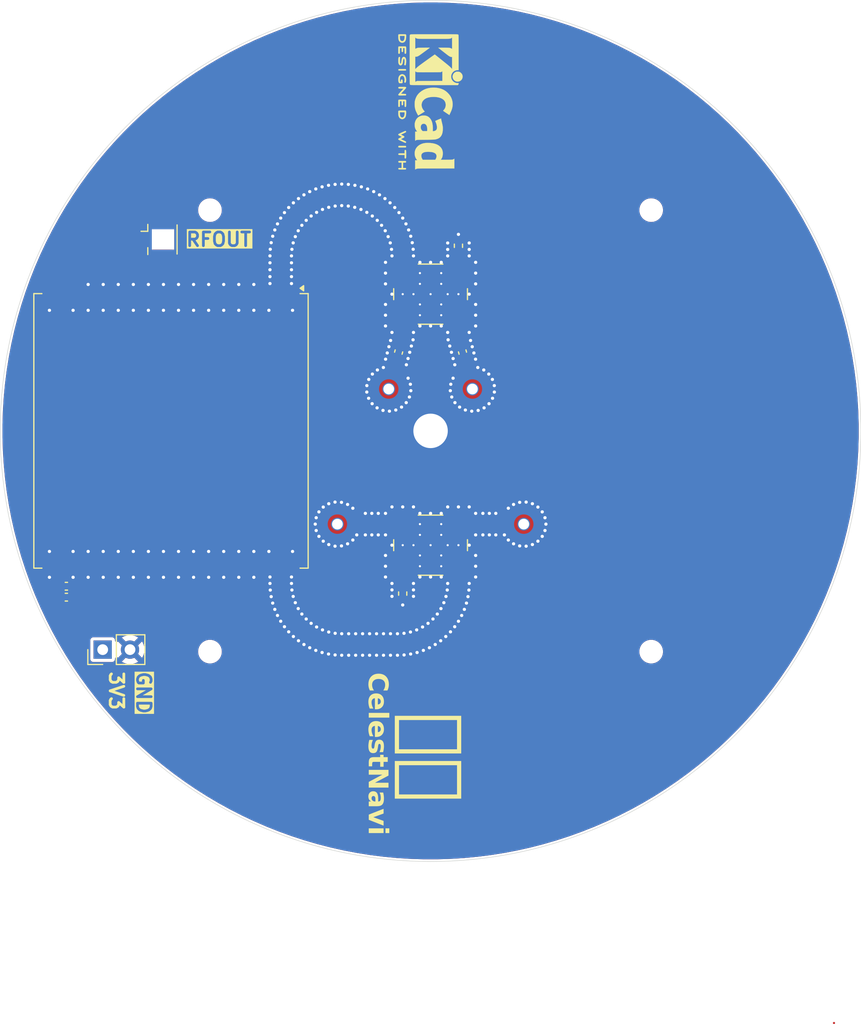
<source format=kicad_pcb>
(kicad_pcb (version 20241229) (generator "pcbnew") (generator_version "9.0")
  (layers (0 "F.Cu" signal) (2 "B.Cu" power) (13 "F.Paste" user) (15 "B.Paste" user) (5 "F.SilkS" user "F.Silkscreen") (7 "B.SilkS" user "B.Silkscreen") (1 "F.Mask" user) (3 "B.Mask" user) (25 "Edge.Cuts" user))
  (net 0 "")
  (net 1 "Net-(AE1B-LB1)")
  (net 2 "GND")
  (net 3 "Net-(AE1A-HB2)")
  (net 4 "Net-(AE1B-LB2)")
  (net 5 "Net-(AE1A-HB1)")
  (net 6 "Net-(U1-∠θ-90)")
  (net 7 "Net-(U1-∠θ)")
  (net 8 "+3.3V")
  (net 9 "Net-(D6-A2)")
  (net 10 "Net-(U1-Isolated)")
  (net 11 "Net-(U2-Isolated)")
  (net 12 "Net-(U1-Input)")
  (net 13 "Net-(U2-Input)")
  (footprint "Capacitor_SMD_extlib:C_Murata_xxx15_0402_1005Metric_1.0x0.5mm" (layer "F.Cu") (at -2.968726 -7.323918 75)
    (property "Reference" "C2" (hide yes))
    (property "Value" "4.7p")
  )
  (footprint "Resistor_SMD:R_0402_1005Metric" (layer "F.Cu") (at -2.59 15.112058 -90)
    (property "Reference" "R2" (hide yes))
    (property "Value" "50")
  )
  (footprint "Diode_SMD_extlib:D_Littelfuse_AXGD10402KR_0402_1005Metric_1.02x0.51mm" (layer "F.Cu") (at 6.630058 8.152458 90)
    (property "Reference" "D2" (hide yes))
    (property "Value" "AXGD10402KR")
  )
  (footprint "RF_FEM_extlib:Taoglas_TFM.120A_GNSS" (layer "F.Cu") (at -24.13 0 -90)
    (property "Reference" "U3" (hide yes))
    (property "Value" "TFM.120A")
  )
  (footprint "Connector_Coaxial:U.FL_Hirose_U.FL-R-SMT-1_Vertical" (layer "F.Cu") (at -25.4 -17.78)
    (property "Reference" "J1" (hide yes))
    (property "Value" "Conn_Coaxial")
  )
  (footprint "Diode_SMD_extlib:D_Littelfuse_AXGD10402KR_0402_1005Metric_1.02x0.51mm" (layer "F.Cu") (at 2.870931 -5.719954 15)
    (property "Reference" "D3" (hide yes))
    (property "Value" "AXGD10402KR")
  )
  (footprint "RF_Converter_extlib:RF_HybridCoupler_TTM_X3C14P1-03S" (layer "F.Cu") (at 0 -12.7)
    (property "Reference" "U1" (hide yes))
    (property "Value" "X3C14P1-03S-1")
  )
  (footprint "Capacitor_SMD_extlib:C_Murata_xxx15_0402_1005Metric_1.0x0.5mm" (layer "F.Cu") (at 2.968726 -7.323919 105)
    (property "Reference" "C1" (hide yes))
    (property "Value" "4.7p")
  )
  (footprint "RF_Converter_extlib:RF_HybridCoupler_TTM_X3C14P1-03S" (layer "F.Cu") (at 0 10.617058 180)
    (property "Reference" "U2" (hide yes))
    (property "Value" "X3C14P1-03S-1")
  )
  (footprint "Diode_SMD_extlib:D_Littelfuse_AXGD10402KR_0402_1005Metric_1.02x0.51mm" (layer "F.Cu") (at -29.9974 17.78 180)
    (property "Reference" "D5" (hide yes))
    (property "Value" "AXGD10402KR")
  )
  (footprint "Capacitor_SMD_extlib:C_Murata_xxx15_0402_1005Metric_1.0x0.5mm" (layer "F.Cu") (at -33.855 14.432)
    (property "Reference" "C3" (hide yes))
    (property "Value" "100p")
  )
  (footprint "Connector_PinHeader_2.54mm:PinHeader_1x02_P2.54mm_Vertical" (layer "F.Cu") (at -30.48 20.32 90)
    (property "Reference" "J2" (hide yes))
    (property "Value" "Conn_01x02_Pin")
  )
  (footprint "Diode_SMD_extlib:D_Littelfuse_AXGD10402KR_0402_1005Metric_1.02x0.51mm" (layer "F.Cu") (at -2.870931 -5.719954 -15)
    (property "Reference" "D1" (hide yes))
    (property "Value" "AXGD10402KR")
  )
  (footprint "Diode_SMD_extlib:D_Littelfuse_AXGD10402KR_0402_1005Metric_1.02x0.51mm" (layer "F.Cu") (at -27.94 -17.2974 90)
    (property "Reference" "D6" (hide yes))
    (property "Value" "AXGD10402KR")
  )
  (footprint "Diode_SMD_extlib:D_Littelfuse_AXGD10402KR_0402_1005Metric_1.02x0.51mm" (layer "F.Cu") (at -6.630058 8.152458 -90)
    (property "Reference" "D4" (hide yes))
    (property "Value" "AXGD10402KR")
  )
  (footprint "Capacitor_SMD_extlib:C_Murata_xxx15_0402_1005Metric_1.0x0.5mm" (layer "F.Cu") (at -33.855 15.448)
    (property "Reference" "C4" (hide yes))
    (property "Value" "1000p")
  )
  (footprint "Symbol:KiCad-Logo2_5mm_SilkScreen" (layer "F.Cu") (at 0 -30.565 -90)
    (property "Reference" "REF**" (hide yes))
    (property "Value" "KiCad-Logo2_5mm_SilkScreen" (hide yes))
  )
  (footprint "Resistor_SMD:R_0402_1005Metric" (layer "F.Cu") (at 2.59 -17.195 90)
    (property "Reference" "R1" (hide yes))
    (property "Value" "50")
  )
  (footprint "RF_Antenna_extlib:Taoglas_GPDF6010.A_GNSS" (layer "B.Cu") (at 0 0 -45)
    (property "Reference" "AE1" (hide yes))
    (property "Value" "GPDF6010.A")
  )
  (gr_poly (pts (xy 3.502717 -3.785559) (xy 4.275457 -3.992615) (xy 3.406861 -7.234262) (xy 2.63412 -7.027206)) (fill yes) (layer "F.Cu") (net 5))
  (gr_poly (pts (xy -3.303332 -7.620631) (xy -2.530593 -7.413576) (xy -2.20363 -8.633817) (xy -2.97637 -8.840871)) (fill yes) (layer "F.Cu") (net 7))
  (gr_curve (pts (xy 37.5 55) (xy 37.5 55) (xy 37.5 55) (xy 37.5 55)) (stroke (width 0.2)) (layer "F.Cu"))
  (gr_poly (pts (xy -2.19 12.572058) (xy -2.99 12.572058) (xy -2.99 14.872058) (xy -2.19 14.872058)) (fill yes) (layer "F.Cu") (net 11))
  (gr_poly (pts (xy 2.530592 -7.413577) (xy 3.303332 -7.620632) (xy 2.97637 -8.840871) (xy 2.20363 -8.633817)) (fill yes) (layer "F.Cu") (net 6))
  (gr_poly (pts (xy -4.275457 -3.992615) (xy -3.502717 -3.785559) (xy -2.63412 -7.027206) (xy -3.406861 -7.234262)) (fill yes) (layer "F.Cu") (net 3))
  (gr_poly (pts (xy 2.19 -14.655) (xy 2.99 -14.655) (xy 2.99 -16.955) (xy 2.19 -16.955)) (fill yes) (layer "F.Cu") (net 10))
  (gr_circle (center 0 0) (end 40 0) (stroke (width 0.05)) (fill no) (layer "Edge.Cuts"))
  (gr_text "RFOUT" (at -22.86 -17.78 0) (layer "F.SilkS" knockout) (effects (font (size 1.27 1.27) (thickness 0.254) (bold yes)) (justify left)))
  (gr_text "GND" (at -26.67 22.225 270) (layer "F.SilkS" knockout) (effects (font (size 1.27 1.27) (thickness 0.254) (bold yes)) (justify left)))
  (gr_text "3V3" (at -29.21 22.225 270) (layer "F.SilkS") (effects (font (size 1.27 1.27) (thickness 0.254) (bold yes)) (justify left)))
  (gr_text "星導" (at 0 30.315 270) (layer "F.SilkS") (effects (font (size 5 5) (thickness 0.254) (bold yes))))
  (gr_text "CelestNavi" (at -5 30 270) (layer "F.SilkS") (effects (font (size 1.8 1.8) (thickness 0.254) (bold yes))))
  (segment (start -8.662058 8.662058) (end -2.59 8.662058) (width 0.8) (layer "F.Cu") (net 1))
  (via (at 0.99 7.662058) (size 0.6) (drill 0.3) (layers "F.Cu" "B.Cu") (net 2))
  (via (at 3.59 -17.455) (size 0.6) (drill 0.3) (layers "F.Cu" "B.Cu") (net 2))
  (via (at -14.675376 -18.080332) (size 0.6) (drill 0.3) (layers "F.Cu" "B.Cu") (net 2))
  (via (at -9.468684 18.682931) (size 0.6) (drill 0.3) (layers "F.Cu" "B.Cu") (net 2))
  (via (at -3.716209 -8.39798) (size 0.6) (drill 0.3) (layers "F.Cu" "B.Cu") (net 2))
  (via (at -12.890047 14.781614) (size 0.6) (drill 0.3) (layers "F.Cu" "B.Cu") (net 2))
  (via (at -11.562188 17.474246) (size 0.6) (drill 0.3) (layers "F.Cu" "B.Cu") (net 2))
  (via (at -3.945484 -18.042131) (size 0.6) (drill 0.3) (layers "F.Cu" "B.Cu") (net 2))
  (via (at -8.869556 -20.885047) (size 0.6) (drill 0.3) (layers "F.Cu" "B.Cu") (net 2))
  (via (at -0.670519 20.391647) (size 0.6) (drill 0.3) (layers "F.Cu" "B.Cu") (net 2))
  (via (at -0.99 7.662058) (size 0.6) (drill 0.3) (layers "F.Cu" "B.Cu") (net 2))
  (via (at 0.431302 19.843005) (size 0.6) (drill 0.3) (layers "F.Cu" "B.Cu") (net 2))
  (via (at -10.633593 9.256237) (size 0.6) (drill 0.3) (layers "F.Cu" "B.Cu") (net 2))
  (via (at -3.59 -12.7) (size 0.6) (drill 0.3) (layers "F.Cu" "B.Cu") (net 2))
  (via (at -6.862059 9.662057) (size 0.6) (drill 0.3) (layers "F.Cu" "B.Cu") (net 2))
  (via (at -12.770873 -17.463684) (size 0.6) (drill 0.3) (layers "F.Cu" "B.Cu") (net 2))
  (via (at -30.43 13.6) (size 0.6) (drill 0.3) (layers "F.Cu" "B.Cu") (net 2))
  (via (at -1.629066 -8.459897) (size 0.6) (drill 0.3) (layers "F.Cu" "B.Cu") (net 2))
  (via (at -30.43 -11.2) (size 0.6) (drill 0.3) (layers "F.Cu" "B.Cu") (net 2))
  (via (at 3.335376 15.99739) (size 0.6) (drill 0.3) (layers "F.Cu" "B.Cu") (net 2))
  (via (at -5.0225 20.842058) (size 0.6) (drill 0.3) (layers "F.Cu" "B.Cu") (net 2))
  (via (at -12.93 -14.3275) (size 0.6) (drill 0.3) (layers "F.Cu" "B.Cu") (net 2))
  (via (at -0.99 12.572058) (size 0.5) (drill 0.2) (layers "F.Cu" "B.Cu") (net 2))
  (via (at -12.93 14.172057) (size 0.6) (drill 0.3) (layers "F.Cu" "B.Cu") (net 2))
  (via (at -2.698762 -2.208872) (size 0.6) (drill 0.3) (layers "F.Cu" "B.Cu") (net 2))
  (via (at -9.976942 10.246695) (size 0.6) (drill 0.3) (layers "F.Cu" "B.Cu") (net 2))
  (via (at -2.040411 -18.664481) (size 0.6) (drill 0.3) (layers "F.Cu" "B.Cu") (net 2))
  (via (at 4.19 -9.745) (size 0.6) (drill 0.3) (layers "F.Cu" "B.Cu") (net 2))
  (via (at -24.83 -11.2) (size 0.6) (drill 0.3) (layers "F.Cu" "B.Cu") (net 2))
  (via (at 0.99 -10.745) (size 0.5) (drill 0.2) (layers "F.Cu" "B.Cu") (net 2))
  (via (at 2.698762 -2.208872) (size 0.6) (drill 0.3) (layers "F.Cu" "B.Cu") (net 2))
  (via (at -14.901546 -16.87043) (size 0.6) (drill 0.3) (layers "F.Cu" "B.Cu") (net 2))
  (via (at 4.19 12.572058) (size 0.6) (drill 0.3) (layers "F.Cu" "B.Cu") (net 2))
  (via (at -1.618454 -16.87043) (size 0.6) (drill 0.3) (layers "F.Cu" "B.Cu") (net 2))
  (via (at -19.23 13.6) (size 0.6) (drill 0.3) (layers "F.Cu" "B.Cu") (net 2))
  (via (at -22.03 13.6) (size 0.6) (drill 0.3) (layers "F.Cu" "B.Cu") (net 2))
  (via (at -31.83 -11.2) (size 0.6) (drill 0.3) (layers "F.Cu" "B.Cu") (net 2))
  (via (at -3.766451 -21.184188) (size 0.6) (drill 0.3) (layers "F.Cu" "B.Cu") (net 2))
  (via (at -9.485609 -22.81143) (size 0.6) (drill 0.3) (layers "F.Cu" "B.Cu") (net 2))
  (via (at -4.19 11.572058) (size 0.6) (drill 0.3) (layers "F.Cu" "B.Cu") (net 2))
  (via (at -3.08 18.842058) (size 0.6) (drill 0.3) (layers "F.Cu" "B.Cu") (net 2))
  (via (at 10.633593 9.256237) (size 0.6) (drill 0.3) (layers "F.Cu" "B.Cu") (net 2))
  (via (at 0.99 -11.745) (size 0.5) (drill 0.2) (layers "F.Cu" "B.Cu") (net 2))
  (via (at 1.430873 15.380742) (size 0.6) (drill 0.3) (layers "F.Cu" "B.Cu") (net 2))
  (via (at -13.930947 -19.766302) (size 0.6) (drill 0.3) (layers "F.Cu" "B.Cu") (net 2))
  (via (at -10.633593 8.067879) (size 0.6) (drill 0.3) (layers "F.Cu" "B.Cu") (net 2))
  (via (at 4.94426 -5.657308) (size 0.6) (drill 0.3) (layers "F.Cu" "B.Cu") (net 2))
  (via (at -5.409612 -5.277613) (size 0.6) (drill 0.3) (layers "F.Cu" "B.Cu") (net 2))
  (via (at -11.771302 19.843005) (size 0.6) (drill 0.3) (layers "F.Cu" "B.Cu") (net 2))
  (via (at 0.222188 17.474246) (size 0.6) (drill 0.3) (layers "F.Cu" "B.Cu") (net 2))
  (via (at 1.878011 -4.331323) (size 0.6) (drill 0.3) (layers "F.Cu" "B.Cu") (net 2))
  (via (at -23.43 -11.2) (size 0.6) (drill 0.3) (layers "F.Cu" "B.Cu") (net 2))
  (via (at 6.862059 9.662057) (size 0.6) (drill 0.3) (layers "F.Cu" "B.Cu") (net 2))
  (via (at -4.240428 -21.577774) (size 0.6) (drill 0.3) (layers "F.Cu" "B.Cu") (net 2))
  (via (at -29.03 11.2) (size 0.6) (drill 0.3) (layers "F.Cu" "B.Cu") (net 2))
  (via (at -0.99 -9.745) (size 0.6) (drill 0.3) (layers "F.Cu" "B.Cu") (net 2))
  (via (at -1.292869 18.486574) (size 0.6) (drill 0.3) (layers "F.Cu" "B.Cu") (net 2))
  (via (at -4.182083 -6.659313) (size 0.6) (drill 0.3) (layers "F.Cu" "B.Cu") (net 2))
  (via (at 2.09494 -6.721231) (size 0.6) (drill 0.3) (layers "F.Cu" "B.Cu") (net 2))
  (via (at 1.59 -9.145) (size 0.6) (drill 0.3) (layers "F.Cu" "B.Cu") (net 2))
  (via (at -7.051316 -20.765873) (size 0.6) (drill 0.3) (layers "F.Cu" "B.Cu") (net 2))
  (via (at -26.23 13.6) (size 0.6) (drill 0.3) (layers "F.Cu" "B.Cu") (net 2))
  (via (at -23.43 11.2) (size 0.6) (drill 0.3) (layers "F.Cu" "B.Cu") (net 2))
  (via (at -29.03 -11.2) (size 0.6) (drill 0.3) (layers "F.Cu" "B.Cu") (net 2))
  (via (at -6.3175 18.842058) (size 0.6) (drill 0.3) (layers "F.Cu" "B.Cu") (net 2))
  (via (at 7.714386 10.490149) (size 0.6) (drill 0.3) (layers "F.Cu" "B.Cu") (net 2))
  (via (at 1.968555 -3.146419) (size 0.6) (drill 0.3) (layers "F.Cu" "B.Cu") (net 2))
  (via (at -5.286926 -22.225738) (size 0.6) (drill 0.3) (layers "F.Cu" "B.Cu") (net 2))
  (via (at 8.28221 10.685845) (size 0.6) (drill 0.3) (layers "F.Cu" "B.Cu") (net 2))
  (via (at -4.957812 -19.557188) (size 0.6) (drill 0.3) (layers "F.Cu" "B.Cu") (net 2))
  (via (at -13.189188 18.665607) (size 0.6) (drill 0.3) (layers "F.Cu" "B.Cu") (net 2))
  (via (at -4.19 -15.655) (size 0.6) (drill 0.3) (layers "F.Cu" "B.Cu") (net 2))
  (via (at -2.59 16.172058) (size 0.6) (drill 0.3) (layers "F.Cu" "B.Cu") (net 2))
  (via (at 4.862058 7.662058) (size 0.6) (drill 0.3) (layers "F.Cu" "B.Cu") (net 2))
  (via (at 6.062058 7.662058) (size 0.6) (drill 0.3) (layers "F.Cu" "B.Cu") (net 2))
  (via (at 4.19 -13.655) (size 0.6) (drill 0.3) (layers "F.Cu" "B.Cu") (net 2))
  (via (at 2.09117 -4.892825) (size 0.6) (drill 0.3) (layers "F.Cu" "B.Cu") (net 2))
  (via (at -26.23 -11.2) (size 0.6) (drill 0.3) (layers "F.Cu" "B.Cu") (net 2))
  (via (at -12.93 -16.254999) (size 0.6) (drill 0.3) (layers "F.Cu" "B.Cu") (net 2))
  (via (at -5.462058 9.662058) (size 0.6) (drill 0.3) (layers "F.Cu" "B.Cu") (net 2))
  (via (at -5.0225 18.842058) (size 0.6) (drill 0.3) (layers "F.Cu" "B.Cu") (net 2))
  (via (at -7.034391 -22.81143) (size 0.6) (drill 0.3) (layers "F.Cu" "B.Cu") (net 2))
  (via (at -7.64457 -22.896546) (size 0.6) (drill 0.3) (layers "F.Cu" "B.Cu") (net 2))
  (via (at -5.462058 7.662058) (size 0.6) (drill 0.3) (layers "F.Cu" "B.Cu") (net 2))
  (via (at -10.669481 20.391647) (size 0.6) (drill 0.3) (layers "F.Cu" "B.Cu") (net 2))
  (via (at 4.19 -10.745) (size 0.6) (drill 0.3) (layers "F.Cu" "B.Cu") (net 2))
  (via (at -1.59 10.617058) (size 0.5) (drill 0.2) (layers "F.Cu" "B.Cu") (net 2))
  (via (at -3.59 14.172058) (size 0.6) (drill 0.3) (layers "F.Cu" "B.Cu") (net 2))
  (via (at 2.242774 18.19163) (size 0.6) (drill 0.3) (layers "F.Cu" "B.Cu") (net 2))
  (via (at -11.964959 17.014973) (size 0.6) (drill 0.3) (layers "F.Cu" "B.Cu") (net 2))
  (via (at 3.139589 16.581539) (size 0.6) (drill 0.3) (layers "F.Cu" "B.Cu") (net 2))
  (via (at -2.250232 -6.141675) (size 0.6) (drill 0.3) (layers "F.Cu" "B.Cu") (net 2))
  (via (at 0.99 -9.745) (size 0.6) (drill 0.3) (layers "F.Cu" "B.Cu") (net 2))
  (via (at 4.973291 -2.138515) (size 0.6) (drill 0.3) (layers "F.Cu" "B.Cu") (net 2))
  (via (at -16.43 -11.2) (size 0.6) (drill 0.3) (layers "F.Cu" "B.Cu") (net 2))
  (via (at -19.23 -13.6) (size 0.6) (drill 0.3) (layers "F.Cu" "B.Cu") (net 2))
  (via (at -14.81643 -17.480609) (size 0.6) (drill 0.3) (layers "F.Cu" "B.Cu") (net 2))
  (via (at -3.59 7.062058) (size 0.6) (drill 0.3) (layers "F.Cu" "B.Cu") (net 2))
  (via (at -6.965 18.842058) (size 0.6) (drill 0.3) (layers "F.Cu" "B.Cu") (net 2))
  (via (at -17.83 11.2) (size 0.6) (drill 0.3) (layers "F.Cu" "B.Cu") (net 2))
  (via (at -12.93 -14.97) (size 0.6) (drill 0.3) (layers "F.Cu" "B.Cu") (net 2))
  (via (at -11.771302 -21.925947) (size 0.6) (drill 0.3) (layers "F.Cu" "B.Cu") (net 2))
  (via (at 3.59 -9.145) (size 0.6) (drill 0.3) (layers "F.Cu" "B.Cu") (net 2))
  (via (at 5.462058 7.662058) (size 0.6) (drill 0.3) (layers "F.Cu" "B.Cu") (net 2))
  (via (at 1.59 7.062058) (size 0.6) (drill 0.3) (layers "F.Cu" "B.Cu") (net 2))
  (via (at 0.99 -14.655) (size 0.5) (drill 0.2) (layers "F.Cu" "B.Cu") (net 2))
  (via (at 2.59 7.062058) (size 0.6) (drill 0.3) (layers "F.Cu" "B.Cu") (net 2))
  (via (at -3.825425 -1.830946) (size 0.6) (drill 0.3) (layers "F.Cu" "B.Cu") (net 2))
  (via (at -12.93 -15.6125) (size 0.6) (drill 0.3) (layers "F.Cu" "B.Cu") (net 2))
  (via (at -10.085332 -22.670376) (size 0.6) (drill 0.3) (layers "F.Cu" "B.Cu") (net 2))
  (via (at -4.19 -13.655) (size 0.6) (drill 0.3) (layers "F.Cu" "B.Cu") (net 2))
  (via (at -22.03 -13.6) (size 0.6) (drill 0.3) (layers "F.Cu" "B.Cu") (net 2))
  (via (at 2.264554 -2.623824) (size 0.6) (drill 0.3) (layers "F.Cu" "B.Cu") (net 2))
  (via (at -3.7275 20.842058) (size 0.6) (drill 0.3) (layers "F.Cu" "B.Cu") (net 2))
  (via (at -13.189188 -20.748549) (size 0.6) (drill 0.3) (layers "F.Cu" "B.Cu") (net 2))
  (via (at -12.279572 -21.577774) (size 0.6) (drill 0.3) (layers "F.Cu" "B.Cu") (net 2))
  (via (at -14.81643 15.397667) (size 0.6) (drill 0.3) (layers "F.Cu" "B.Cu") (net 2))
  (via (at -0.99 11.572058) (size 0.5) (drill 0.2) (layers "F.Cu" "B.Cu") (net 2))
  (via (at 4.026792 -7.238869) (size 0.6) (drill 0.3) (layers "F.Cu" "B.Cu") (net 2))
  (via (at 0.624959 17.014973) (size 0.6) (drill 0.3) (layers "F.Cu" "B.Cu") (net 2))
  (via (at -27.63 -11.2) (size 0.6) (drill 0.3) (layers "F.Cu" "B.Cu") (net 2))
  (via (at -1.968555 -3.146419) (size 0.6) (drill 0.3) (layers "F.Cu" "B.Cu") (net 2))
  (via (at -26.23 -13.6) (size 0.6) (drill 0.3) (layers "F.Cu" "B.Cu") (net 2))
  (via (at -7.714386 6.833967) (size 0.6) (drill 0.3) (layers "F.Cu" "B.Cu") (net 2))
  (via (at -2.59 10.617058) (size 0.5) (drill 0.2) (layers "F.Cu" "B.Cu") (net 2))
  (via (at -20.63 -11.2) (size 0.6) (drill 0.3) (layers "F.Cu" "B.Cu") (net 2))
  (via (at -5.67 20.842058) (size 0.6) (drill 0.3) (layers "F.Cu" "B.Cu") (net 2))
  (via (at 10.378272 9.799866) (size 0.6) (drill 0.3) (layers "F.Cu" "B.Cu") (net 2))
  (via (at -4.19 -10.745) (size 0.6) (drill 0.3) (layers "F.Cu" "B.Cu") (net 2))
  (via (at -1.835947 -3.732197) (size 0.6) (drill 0.3) (layers "F.Cu" "B.Cu") (net 2))
  (via (at -2.289262 -19.228074) (size 0.6) (drill 0.3) (layers "F.Cu" "B.Cu") (net 2))
  (via (at -8.28221 6.638271) (size 0.6) (drill 0.3) (layers "F.Cu" "B.Cu") (net 2))
  (via (at -12.93 13.572058) (size 0.6) (drill 0.3) (layers "F.Cu" "B.Cu") (net 2))
  (via (at -2.09117 -4.892825) (size 0.6) (drill 0.3) (layers "F.Cu" "B.Cu") (net 2))
  (via (at -3.59 -9.145) (size 0.6) (drill 0.3) (layers "F.Cu" "B.Cu") (net 2))
  (via (at -35.43 -11.2) (size 0.6) (drill 0.3) (layers "F.Cu" "B.Cu") (net 2))
  (via (at 3.589999 14.172058) (size 0.6) (drill 0.3) (layers "F.Cu" "B.Cu") (net 2))
  (via (at 8.28221 6.638271) (size 0.6) (drill 0.3) (layers "F.Cu" "B.Cu") (net 2))
  (via (at -8.26 20.842058) (size 0.6) (drill 0.3) (layers "F.Cu" "B.Cu") (net 2))
  (via (at -2.59 7.062058) (size 0.6) (drill 0.3) (layers "F.Cu" "B.Cu") (net 2))
  (via (at -0.99 8.662058) (size 0.5) (drill 0.2) (layers "F.Cu" "B.Cu") (net 2))
  (via (at -1.590001 -16.255) (size 0.6) (drill 0.3) (layers "F.Cu" "B.Cu") (net 2))
  (via (at -12.753549 19.101246) (size 0.6) (drill 0.3) (layers "F.Cu" "B.Cu") (net 2))
  (via (at -1.70357 -17.480609) (size 0.6) (drill 0.3) (layers "F.Cu" "B.Cu") (net 2))
  (via (at -12.304338 -18.589999) (size 0.6) (drill 0.3) (layers "F.Cu" "B.Cu") (net 2))
  (via (at -1.784357 -7.880342) (size 0.6) (drill 0.3) (layers "F.Cu" "B.Cu") (net 2))
  (via (at -33.23 13.6) (size 0.6) (drill 0.3) (layers "F.Cu" "B.Cu") (net 2))
  (via (at -7.6125 20.842058) (size 0.6) (drill 0.3) (layers "F.Cu" "B.Cu") (net 2))
  (via (at -1.854391 20.728488) (size 0.6) (drill 0.3) (layers "F.Cu" "B.Cu") (net 2))
  (via (at -4.19 13.572058) (size 0.6) (drill 0.3) (layers "F.Cu" "B.Cu") (net 2))
  (via (at -5.745603 -4.779787) (size 0.6) (drill 0.3) (layers "F.Cu" "B.Cu") (net 2))
  (via (at 5.745603 -4.779787) (size 0.6) (drill 0.3) (layers "F.Cu" "B.Cu") (net 2))
  (via (at 4.19 9.662058) (size 0.6) (drill 0.3) (layers "F.Cu" "B.Cu") (net 2))
  (via (at -20.63 13.6) (size 0.6) (drill 0.3) (layers "F.Cu" "B.Cu") (net 2))
  (via (at -12.753549 -21.184188) (size 0.6) (drill 0.3) (layers "F.Cu" "B.Cu") (net 2))
  (via (at 5.462058 9.662058) (size 0.6) (drill 0.3) (layers "F.Cu" "B.Cu") (net 2))
  (via (at -0.99 -10.745) (size 0.5) (drill 0.2) (layers "F.Cu" "B.Cu") (net 2))
  (via (at 0.99 13.572058) (size 0.6) (drill 0.3) (layers "F.Cu" "B.Cu") (net 2))
  (via (at 2.59 10.617058) (size 0.5) (drill 0.2) (layers "F.Cu" "B.Cu") (net 2))
  (via (at -3.234238 -1.936865) (size 0.6) (drill 0.3) (layers "F.Cu" "B.Cu") (net 2))
  (via (at -17.83 13.6) (size 0.6) (drill 0.3) (layers "F.Cu" "B.Cu") (net 2))
  (via (at 0.99 9.662058) (size 0.5) (drill 0.2) (layers "F.Cu" "B.Cu") (net 2))
  (via (at -29.03 -13.6) (size 0.6) (drill 0.3) (layers "F.Cu" "B.Cu") (net 2))
  (via (at -10.378272 9.799866) (size 0.6) (drill 0.3) (layers "F.Cu" "B.Cu") (net 2))
  (via (at -12.304338 16.507057) (size 0.6) (drill 0.3) (layers "F.Cu" "B.Cu") (net 2))
  (via (at -4.19 -14.655) (size 0.6) (drill 0.3) (layers "F.Cu" "B.Cu") (net 2))
  (via (at -30.43 11.2) (size 0.6) (drill 0.3) (layers "F.Cu" "B.Cu") (net 2))
  (via (at -13.582774 18.19163) (size 0.6) (drill 0.3) (layers "F.Cu" "B.Cu") (net 2))
  (via (at -4.389138 -5.886571) (size 0.6) (drill 0.3) (layers "F.Cu" "B.Cu") (net 2))
  (via (at -24.83 13.6) (size 0.6) (drill 0.3) (layers "F.Cu" "B.Cu") (net 2))
  (via (at 4.19 -11.745) (size 0.6) (drill 0.3) (layers "F.Cu" "B.Cu") (net 2))
  (via (at 0 -9.745) (size 0.6) (drill 0.3) (layers "F.Cu" "B.Cu") (net 2))
  (via (at -3.59 10.617058) (size 0.6) (drill 0.3) (layers "F.Cu" "B.Cu") (net 2))
  (via (at 0.99 8.662058) (size 0.5) (drill 0.2) (layers "F.Cu" "B.Cu") (net 2))
  (via (at -9.463748 10.55871) (size 0.6) (drill 0.3) (layers "F.Cu" "B.Cu") (net 2))
  (via (at 3.561546 14.787488) (size 0.6) (drill 0.3) (layers "F.Cu" "B.Cu") (net 2))
  (via (at -16.43 -13.6) (size 0.6) (drill 0.3) (layers "F.Cu" "B.Cu") (net 2))
  (via (at -12.574516 15.959189) (size 0.6) (drill 0.3) (layers "F.Cu" "B.Cu") (net 2))
  (via (at -35.43 13.6) (size 0.6) (drill 0.3) (layers "F.Cu" "B.Cu") (net 2))
  (via (at 1.59 -17.455) (size 0.6) (drill 0.3) (layers "F.Cu" "B.Cu") (net 2))
  (via (at 4.19 7.662058) (size 0.6) (drill 0.3) (layers "F.Cu" "B.Cu") (net 2))
  (via (at -3.7275 18.842058) (size 0.6) (drill 0.3) (layers "F.Cu" "B.Cu") (net 2))
  (via (at -14.479589 -18.664481) (size 0.6) (drill 0.3) (layers "F.Cu" "B.Cu") (net 2))
  (via (at -8.869556 18.802105) (size 0.6) (drill 0.3) (layers "F.Cu" "B.Cu") (net 2))
  (via (at -7.227186 7.18519) (size 0.6) (drill 0.3) (layers "F.Cu" "B.Cu") (net 2))
  (via (at -7.227186 10.138926) (size 0.6) (drill 0.3) (layers "F.Cu" "B.Cu") (net 2))
  (via (at -1.939649 -7.300786) (size 0.6) (drill 0.3) (layers "F.Cu" "B.Cu") (net 2))
  (via (at 0.99 12.572058) (size 0.5) (drill 0.2) (layers "F.Cu" "B.Cu") (net 2))
  (via (at 2.59 -12.7) (size 0.5) (drill 0.2) (layers "F.Cu" "B.Cu") (net 2))
  (via (at -8.26 -22.924999) (size 0.6) (drill 0.3) (layers "F.Cu" "B.Cu") (net 2))
  (via (at -0.99 -13.655) (size 0.5) (drill 0.2) (layers "F.Cu" "B.Cu") (net 2))
  (via (at -10.594999 -20.299338) (size 0.6) (drill 0.3) (layers "F.Cu" "B.Cu") (net 2))
  (via (at 10.721184 8.662058) (size 0.6) (drill 0.3) (layers "F.Cu" "B.Cu") (net 2))
  (via (at -5.92365 -4.206184) (size 0.6) (drill 0.3) (layers "F.Cu" "B.Cu") (net 2))
  (via (at 9.463748 10.55871) (size 0.6) (drill 0.3) (layers "F.Cu" "B.Cu") (net 2))
  (via (at -6.965 20.842058) (size 0.6) (drill 0.3) (layers "F.Cu" "B.Cu") (net 2))
  (via (at -5.928605 -3.605604) (size 0.6) (drill 0.3) (layers "F.Cu" "B.Cu") (net 2))
  (via (at -0.237085 17.877017) (size 0.6) (drill 0.3) (layers "F.Cu" "B.Cu") (net 2))
  (via (at 9.976942 10.246695) (size 0.6) (drill 0.3) (layers "F.Cu" "B.Cu") (net 2))
  (via (at -14.93 13.572058) (size 0.6) (drill 0.3) (layers "F.Cu" "B.Cu") (net 2))
  (via (at -8.259999 -20.925) (size 0.6) (drill 0.3) (layers "F.Cu" "B.Cu") (net 2))
  (via (at -0.745001 18.216396) (size 0.6) (drill 0.3) (layers "F.Cu" "B.Cu") (net 2))
  (via (at -5.760046 -3.029141) (size 0.6) (drill 0.3) (layers "F.Cu" "B.Cu") (net 2))
  (via (at -1.59 14.172058) (size 0.6) (drill 0.3) (layers "F.Cu" "B.Cu") (net 2))
  (via (at -16.43 13.6) (size 0.6) (drill 0.3) (layers "F.Cu" "B.Cu") (net 2))
  (via (at -10.669481 -22.474589) (size 0.6) (drill 0.3) (layers "F.Cu" "B.Cu") (net 2))
  (via (at -14.230738 17.145132) (size 0.6) (drill 0.3) (layers "F.Cu" "B.Cu") (net 2))
  (via (at -5.850519 -22.474589) (size 0.6) (drill 0.3) (layers "F.Cu" "B.Cu") (net 2))
  (via (at 0.964338 16.507057) (size 0.6) (drill 0.3) (layers "F.Cu" "B.Cu") (net 2))
  (via (at -9.976942 7.077421) (size 0.6) (drill 0.3) (layers "F.Cu" "B.Cu") (net 2))
  (via (at -33.23 -11.2) (size 0.6) (drill 0.3) (layers "F.Cu" "B.Cu") (net 2))
  (via (at -10.047131 -20.569516) (size 0.6) (drill 0.3) (layers "F.Cu" "B.Cu") (net 2))
  (via (at -3.59 -16.254999) (size 0.6) (drill 0.3) (layers "F.Cu" "B.Cu") (net 2))
  (via (at -8.26 18.842058) (size 0.6) (drill 0.3) (layers "F.Cu" "B.Cu") (net 2))
  (via (at 4.19 -14.655) (size 0.6) (drill 0.3) (layers "F.Cu" "B.Cu") (net 2))
  (via (at -15.03 -11.2) (size 0.6) (drill 0.3) (layers "F.Cu" "B.Cu") (net 2))
  (via (at 5.409612 -5.277613) (size 0.6) (drill 0.3) (layers "F.Cu" "B.Cu") (net 2))
  (via (at 4.389138 -5.886571) (size 0.6) (drill 0.3) (layers "F.Cu" "B.Cu") (net 2))
  (via (at 4.19 13.572058) (size 0.6) (drill 0.3) (layers "F.Cu" "B.Cu") (net 2))
  (via (at 1.550047 14.781614) (size 0.6) (drill 0.3) (layers "F.Cu" "B.Cu") (net 2))
  (via (at -4.862058 9.662058) (size 0.6) (drill 0.3) (layers "F.Cu" "B.Cu") (net 2))
  (via (at -35.43 11.2) (size 0.6) (drill 0.3) (layers "F.Cu" "B.Cu") (net 2))
  (via (at -23.43 13.6) (size 0.6) (drill 0.3) (layers "F.Cu" "B.Cu") (net 2))
  (via (at 3.47643 15.397667) (size 0.6) (drill 0.3) (layers "F.Cu" "B.Cu") (net 2))
  (via (at -4.375 20.842058) (size 0.6) (drill 0.3) (layers "F.Cu" "B.Cu") (net 2))
  (via (at -0.99 -14.655) (size 0.5) (drill 0.2) (layers "F.Cu" "B.Cu") (net 2))
  (via (at -8.88235 6.61475) (size 0.6) (drill 0.3) (layers "F.Cu" "B.Cu") (net 2))
  (via (at 5.92365 -4.206184) (size 0.6) (drill 0.3) (layers "F.Cu" "B.Cu") (net 2))
  (via (at 0 13.572058) (size 0.6) (drill 0.3) (layers "F.Cu" "B.Cu") (net 2))
  (via (at -8.88235 10.709366) (size 0.6) (drill 0.3) (layers "F.Cu" "B.Cu") (net 2))
  (via (at -4.19 -11.745) (size 0.6) (drill 0.3) (layers "F.Cu" "B.Cu") (net 2))
  (via (at 0.99 11.572058) (size 0.5) (drill 0.2) (layers "F.Cu" "B.Cu") (net 2))
  (via (at 0.99 -13.655) (size 0.5) (drill 0.2) (layers "F.Cu" "B.Cu") (net 2))
  (via (at 0 -12.7) (size 0.5) (drill 0.2) (layers "F.Cu" "B.Cu") (net 2))
  (via (at -29.03 13.6) (size 0.6) (drill 0.3) (layers "F.Cu" "B.Cu") (net 2))
  (via (at 3.825425 -1.830946) (size 0.6) (drill 0.3) (layers "F.Cu" "B.Cu") (net 2))
  (via (at 10.378272 7.52425) (size 0.6) (drill 0.3) (layers "F.Cu" "B.Cu") (net 2))
  (via (at -5.67 18.842058) (size 0.6) (drill 0.3) (layers "F.Cu" "B.Cu") (net 2))
  (via (at -4.215662 -18.589999) (size 0.6) (drill 0.3) (layers "F.Cu" "B.Cu") (net 2))
  (via (at 1.59 -16.855) (size 0.6) (drill 0.3) (layers "F.Cu" "B.Cu") (net 2))
  (via (at -11.102915 17.877017) (size 0.6) (drill 0.3) (layers "F.Cu" "B.Cu") (net 2))
  (via (at -22.03 11.2) (size 0.6) (drill 0.3) (layers "F.Cu" "B.Cu") (net 2))
  (via (at -8.28221 10.685845) (size 0.6) (drill 0.3) (layers "F.Cu" "B.Cu") (net 2))
  (via (at 0 7.662058) (size 0.6) (drill 0.3) (layers "F.Cu" "B.Cu") (net 2))
  (via (at 2.250232 -6.141675) (size 0.6) (drill 0.3) (layers "F.Cu" "B.Cu") (net 2))
  (via (at 4.862058 9.662058) (size 0.6) (drill 0.3) (layers "F.Cu" "B.Cu") (net 2))
  (via (at 1.413549 19.101246) (size 0.6) (drill 0.3) (layers "F.Cu" "B.Cu") (net 2))
  (via (at 4.182083 -6.659313) (size 0.6) (drill 0.3) (layers "F.Cu" "B.Cu") (net 2))
  (via (at -23.43 -13.6) (size 0.6) (drill 0.3) (layers "F.Cu" "B.Cu") (net 2))
  (via (at 1.939649 -7.300786) (size 0.6) (drill 0.3) (layers "F.Cu" "B.Cu") (net 2))
  (via (at -4.19 9.662058) (size 0.6) (drill 0.3) (layers "F.Cu" "B.Cu") (net 2))
  (via (at -0.99 -11.745) (size 0.5) (drill 0.2) (layers "F.Cu" "B.Cu") (net 2))
  (via (at -4.94426 -5.657308) (size 0.6) (drill 0.3) (layers "F.Cu" "B.Cu") (net 2))
  (via (at -14.479589 16.581539) (size 0.6) (drill 0.3) (layers "F.Cu" "B.Cu") (net 2))
  (via (at -4.748698 -21.925947) (size 0.6) (drill 0.3) (layers "F.Cu" "B.Cu") (net 2))
  (via (at 5.760046 -3.029141) (size 0.6) (drill 0.3) (layers "F.Cu" "B.Cu") (net 2))
  (via (at -13.930947 17.68336) (size 0.6) (drill 0.3) (layers "F.Cu" "B.Cu") (net 2))
  (via (at -11.233074 20.142796) (size 0.6) (drill 0.3) (layers "F.Cu" "B.Cu") (net 2))
  (via (at 8.88235 10.709366) (size 0.6) (drill 0.3) (layers "F.Cu" "B.Cu") (net 2))
  (via (at -14.929999 14.172058) (size 0.6) (drill 0.3) (layers "F.Cu" "B.Cu") (net 2))
  (via (at -30.43 -13.6) (size 0.6) (drill 0.3) (layers "F.Cu" "B.Cu") (net 2))
  (via (at -10.721184 8.662058) (size 0.6) (drill 0.3) (layers "F.Cu" "B.Cu") (net 2))
  (via (at -2.46457 20.813604) (size 0.6) (drill 0.3) (layers "F.Cu" "B.Cu") (net 2))
  (via (at -5.432314 -2.525838) (size 0.6) (drill 0.3) (layers "F.Cu" "B.Cu") (net 2))
  (via (at -3.330812 -20.748549) (size 0.6) (drill 0.3) (layers "F.Cu" "B.Cu") (net 2))
  (via (at -12.83 -11.2) (size 0.6) (drill 0.3) (layers "F.Cu" "B.Cu") (net 2))
  (via (at -6.062058 7.662058) (size 0.6) (drill 0.3) (layers "F.Cu" "B.Cu") (net 2))
  (via (at -11.964959 -19.097915) (size 0.6) (drill 0.3) (layers "F.Cu" "B.Cu") (net 2))
  (via (at -1.59 -9.145) (size 0.6) (drill 0.3) (layers "F.Cu" "B.Cu") (net 2))
  (via (at 1.59 -12.7) (size 0.5) (drill 0.2) (layers "F.Cu" "B.Cu") (net 2))
  (via (at -12.279572 19.494832) (size 0.6) (drill 0.3) (layers "F.Cu" "B.Cu") (net 2))
  (via (at -14.93 -15.6125) (size 0.6) (drill 0.3) (layers "F.Cu" "B.Cu") (net 2))
  (via (at -14.675376 15.99739) (size 0.6) (drill 0.3) (layers "F.Cu" "B.Cu") (net 2))
  (via (at -3.629953 -16.864556) (size 0.6) (drill 0.3) (layers "F.Cu" "B.Cu") (net 2))
  (via (at 1.59 14.172057) (size 0.6) (drill 0.3) (layers "F.Cu" "B.Cu") (net 2))
  (via (at -19.23 11.2) (size 0.6) (drill 0.3) (layers "F.Cu" "B.Cu") (net 2))
  (via (at -4.555041 -19.097915) (size 0.6) (drill 0.3) (layers "F.Cu" "B.Cu") (net 2))
  (via (at -1.878011 -4.331323) (size 0.6) (drill 0.3) (layers "F.Cu" "B.Cu") (net 2))
  (via (at 1.835947 -3.732197) (size 0.6) (drill 0.3) (layers "F.Cu" "B.Cu") (net 2))
  (via (at 10.633593 8.067879) (size 0.6) (drill 0.3) (layers "F.Cu" "B.Cu") (net 2))
  (via (at -1.59 7.062058) (size 0.6) (drill 0.3) (layers "F.Cu" "B.Cu") (net 2))
  (via (at -31.83 11.2) (size 0.6) (drill 0.3) (layers "F.Cu" "B.Cu") (net 2))
  (via (at 5.432314 -2.525838) (size 0.6) (drill 0.3) (layers "F.Cu" "B.Cu") (net 2))
  (via (at -3.08 20.842058) (size 0.6) (drill 0.3) (layers "F.Cu" "B.Cu") (net 2))
  (via (at 3.8715 -7.818424) (size 0.6) (drill 0.3) (layers "F.Cu" "B.Cu") (net 2))
  (via (at 4.19 -15.655) (size 0.6) (drill 0.3) (layers "F.Cu" "B.Cu") (net 2))
  (via (at -4.862058 7.662058) (size 0.6) (drill 0.3) (layers "F.Cu" "B.Cu") (net 2))
  (via (at -2.470444 18.802105) (size 0.6) (drill 0.3) (layers "F.Cu" "B.Cu") (net 2))
  (via (at -8.87543 20.813604) (size 0.6) (drill 0.3) (layers "F.Cu" "B.Cu") (net 2))
  (via (at -24.83 -13.6) (size 0.6) (drill 0.3) (layers "F.Cu" "B.Cu") (net 2))
  (via (at -2.937226 -20.274572) (size 0.6) (drill 0.3) (layers "F.Cu" "B.Cu") (net 2))
  (via (at -5.925001 -20.299338) (size 0.6) (drill 0.3) (layers "F.Cu" "B.Cu") (net 2))
  (via (at -14.93 -14.3275) (size 0.6) (drill 0.3) (layers "F.Cu" "B.Cu") (net 2))
  (via (at -3.59 15.372058) (size 0.6) (drill 0.3) (layers "F.Cu" "B.Cu") (net 2))
  (via (at 5.928605 -3.605604) (size 0.6) (drill 0.3) (layers "F.Cu" "B.Cu") (net 2))
  (via (at -20.63 -13.6) (size 0.6) (drill 0.3) (layers "F.Cu" "B.Cu") (net 2))
  (via (at -26.23 11.2) (size 0.6) (drill 0.3) (layers "F.Cu" "B.Cu") (net 2))
  (via (at -11.102915 -19.959959) (size 0.6) (drill 0.3) (layers "F.Cu" "B.Cu") (net 2))
  (via (at -0.106926 20.142796) (size 0.6) (drill 0.3) (layers "F.Cu" "B.Cu") (net 2))
  (via (at 3.59 10.617058) (size 0.6) (drill 0.3) (layers "F.Cu" "B.Cu") (net 2))
  (via (at -33.23 11.2) (size 0.6) (drill 0.3) (layers "F.Cu" "B.Cu") (net 2))
  (via (at -31.83 13.6) (size 0.6) (drill 0.3) (layers "F.Cu" "B.Cu") (net 2))
  (via (at 7.227186 10.138926) (size 0.6) (drill 0.3) (layers "F.Cu" "B.Cu") (net 2))
  (via (at -6.434668 -22.670376) (size 0.6) (drill 0.3) (layers "F.Cu" "B.Cu") (net 2))
  (via (at -14.93 -13.685) (size 0.6) (drill 0.3) (layers "F.Cu" "B.Cu") (net 2))
  (via (at -7.650444 -20.885047) (size 0.6) (drill 0.3) (layers "F.Cu" "B.Cu") (net 2))
  (via (at -4.973291 -2.138515) (size 0.6) (drill 0.3) (layers "F.Cu" "B.Cu") (net 2))
  (via (at -2.264554 -2.623824) (size 0.6) (drill 0.3) (layers "F.Cu" "B.Cu") (net 2))
  (via (at -7.6125 18.842058) (size 0.6) (drill 0.3) (layers "F.Cu" "B.Cu") (net 2))
  (via (at 2.590947 17.68336) (size 0.6) (drill 0.3) (layers "F.Cu" "B.Cu") (net 2))
  (via (at -14.929999 -16.255) (size 0.6) (drill 0.3) (layers "F.Cu" "B.Cu") (net 2))
  (via (at -4.375 18.842058) (size 0.6) (drill 0.3) (layers "F.Cu" "B.Cu") (net 2))
  (via (at 1.59 -16.255) (size 0.6) (drill 0.3) (layers "F.Cu" "B.Cu") (net 2))
  (via (at 4.19 11.572058) (size 0.6) (drill 0.3) (layers "F.Cu" "B.Cu") (net 2))
  (via (at -9.468684 -20.765873) (size 0.6) (drill 0.3) (layers "F.Cu" "B.Cu") (net 2))
  (via (at -16.43 11.2) (size 0.6) (drill 0.3) (layers "F.Cu" "B.Cu") (net 2))
  (via (at -12.574516 -18.042131) (size 0.6) (drill 0.3) (layers "F.Cu" "B.Cu") (net 2))
  (via (at -1.254668 20.587434) (size 0.6) (drill 0.3) (layers "F.Cu" "B.Cu") (net 2))
  (via (at -9.485609 20.728488) (size 0.6) (drill 0.3) (layers "F.Cu" "B.Cu") (net 2))
  (via (at -17.83 -11.2) (size 0.6) (drill 0.3) (layers "F.Cu" "B.Cu") (net 2))
  (via (at -0.99 13.572058) (size 0.6) (drill 0.3) (layers "F.Cu" "B.Cu") (net 2))
  (via (at -4.19 -9.745) (size 0.6) (drill 0.3) (layers "F.Cu" "B.Cu") (net 2))
  (via (at -14.230738 -19.228074) (size 0.6) (drill 0.3) (layers "F.Cu" "B.Cu") (net 2))
  (via (at -3.8715 -7.818424) (size 0.6) (drill 0.3) (layers "F.Cu" "B.Cu") (net 2))
  (via (at -10.085332 20.587434) (size 0.6) (drill 0.3) (layers "F.Cu" "B.Cu") (net 2))
  (via (at -4.422028 -1.900124) (size 0.6) (drill 0.3) (layers "F.Cu" "B.Cu") (net 2))
  (via (at -20.63 11.2) (size 0.6) (drill 0.3) (layers "F.Cu" "B.Cu") (net 2))
  (via (at 3.234238 -1.936865) (size 0.6) (drill 0.3) (layers "F.Cu" "B.Cu") (net 2))
  (via (at 1.234516 15.959189) (size 0.6) (drill 0.3) (layers "F.Cu" "B.Cu") (net 2))
  (via (at -11.233074 -22.225738) (size 0.6) (drill 0.3) (layers "F.Cu" "B.Cu") (net 2))
  (via (at -0.99 -15.655) (size 0.6) (drill 0.3) (layers "F.Cu" "B.Cu") (net 2))
  (via (at 7.227186 7.18519) (size 0.6) (drill 0.3) (layers "F.Cu" "B.Cu") (net 2))
  (via (at -1.844624 -18.080332) (size 0.6) (drill 0.3) (layers "F.Cu" "B.Cu") (net 2))
  (via (at -6.472869 -20.569516) (size 0.6) (drill 0.3) (layers "F.Cu" "B.Cu") (net 2))
  (via (at -1.59 14.772058) (size 0.6) (drill 0.3) (layers "F.Cu" "B.Cu") (net 2))
  (via (at 9.976942 7.077421) (size 0.6) (drill 0.3) (layers "F.Cu" "B.Cu") (net 2))
  (via (at -3.59 14.772058) (size 0.6) (drill 0.3) (layers "F.Cu" "B.Cu") (net 2))
  (via (at -4.026792 -7.238869) (size 0.6) (drill 0.3) (layers "F.Cu" "B.Cu") (net 2))
  (via (at -14.901546 14.787488) (size 0.6) (drill 0.3) (layers "F.Cu" "B.Cu") (net 2))
  (via (at -2.59 -12.7) (size 0.5) (drill 0.2) (layers "F.Cu" "B.Cu") (net 2))
  (via (at 8.88235 6.61475) (size 0.6) (drill 0.3) (layers "F.Cu" "B.Cu") (net 2))
  (via (at -14.93 -14.97) (size 0.6) (drill 0.3) (layers "F.Cu" "B.Cu") (net 2))
  (via (at -12.83 11.2) (size 0.6) (drill 0.3) (layers "F.Cu" "B.Cu") (net 2))
  (via (at 3.59 7.062058) (size 0.6) (drill 0.3) (layers "F.Cu" "B.Cu") (net 2))
  (via (at 9.463748 6.765406) (size 0.6) (drill 0.3) (layers "F.Cu" "B.Cu") (net 2))
  (via (at 0 -15.655) (size 0.6) (drill 0.3) (layers "F.Cu" "B.Cu") (net 2))
  (via (at -11.562188 -19.557188) (size 0.6) (drill 0.3) (layers "F.Cu" "B.Cu") (net 2))
  (via (at -1.871316 18.682931) (size 0.6) (drill 0.3) (layers "F.Cu" "B.Cu") (net 2))
  (via (at -13.582774 -20.274572) (size 0.6) (drill 0.3) (layers "F.Cu" "B.Cu") (net 2))
  (via (at -1.59 -12.7) (size 0.5) (drill 0.2) (layers "F.Cu" "B.Cu") (net 2))
  (via (at -6.3175 20.842058) (size 0.6) (drill 0.3) (layers "F.Cu" "B.Cu") (net 2))
  (via (at 0.99 -15.655) (size 0.6) (drill 0.3) (layers "F.Cu" "B.Cu") (net 2))
  (via (at -12.770873 15.380742) (size 0.6) (drill 0.3) (layers "F.Cu" "B.Cu") (net 2))
  (via (at -2.09494 -6.721231) (size 0.6) (drill 0.3) (layers "F.Cu" "B.Cu") (net 2))
  (via (at -9.463748 6.765406) (size 0.6) (drill 0.3) (layers "F.Cu" "B.Cu") (net 2))
  (via (at 2.59 -18.255) (size 0.6) (drill 0.3) (layers "F.Cu" "B.Cu") (net 2))
  (via (at -10.047131 18.486574) (size 0.6) (drill 0.3) (layers "F.Cu" "B.Cu") (net 2))
  (via (at 1.784357 -7.880342) (size 0.6) (drill 0.3) (layers "F.Cu" "B.Cu") (net 2))
  (via (at -22.03 -11.2) (size 0.6) (drill 0.3) (layers "F.Cu" "B.Cu") (net 2))
  (via (at -6.062058 9.662058) (size 0.6) (drill 0.3) (layers "F.Cu" "B.Cu") (net 2))
  (via (at -19.23 -11.2) (size 0.6) (drill 0.3) (layers "F.Cu" "B.Cu") (net 2))
  (via (at -31.83 -13.6) (size 0.6) (drill 0.3) (layers "F.Cu" "B.Cu") (net 2))
  (via (at -3.749127 -17.463684) (size 0.6) (drill 0.3) (layers "F.Cu" "B.Cu") (net 2))
  (via (at -10.378272 7.52425) (size 0.6) (drill 0.3) (layers "F.Cu" "B.Cu") (net 2))
  (via (at 6.062058 9.662058) (size 0.6) (drill 0.3) (layers "F.Cu" "B.Cu") (net 2))
  (via (at -27.63 13.6) (size 0.6) (drill 0.3) (layers "F.Cu" "B.Cu") (net 2))
  (via (at -2.589053 -19.766302) (size 0.6) (drill 0.3) (layers "F.Cu" "B.Cu") (net 2))
  (via (at -10.594999 18.216396) (size 0.6) (drill 0.3) (layers "F.Cu" "B.Cu") (net 2))
  (via (at -4.19 7.662058) (size 0.6) (drill 0.3) (layers "F.Cu" "B.Cu") (net 2))
  (via (at 3.59 -16.255) (size 0.6) (drill 0.3) (layers "F.Cu" "B.Cu") (net 2))
  (via (at -27.63 11.2) (size 0.6) (drill 0.3) (layers "F.Cu" "B.Cu") (net 2))
  (via (at -17.83 -13.6) (size 0.6) (drill 0.3) (layers "F.Cu" "B.Cu") (net 2))
  (via (at -12.890047 -16.864556) (size 0.6) (drill 0.3) (layers "F.Cu" "B.Cu") (net 2))
  (via (at -15.03 11.2) (size 0.6) (drill 0.3) (layers "F.Cu" "B.Cu") (net 2))
  (via (at 1.849188 18.665607) (size 0.6) (drill 0.3) (layers "F.Cu" "B.Cu") (net 2))
  (via (at 3.59 -16.855) (size 0.6) (drill 0.3) (layers "F.Cu" "B.Cu") (net 2))
  (via (at 0.939572 19.494832) (size 0.6) (drill 0.3) (layers "F.Cu" "B.Cu") (net 2))
  (via (at 4.422028 -1.900124) (size 0.6) (drill 0.3) (layers "F.Cu" "B.Cu") (net 2))
  (via (at -4.19 12.572058) (size 0.6) (drill 0.3) (layers "F.Cu" "B.Cu") (net 2))
  (via (at 0 10.617058) (size 0.5) (drill 0.2) (layers "F.Cu" "B.Cu") (net 2))
  (via (at -5.417085 -19.959959) (size 0.6) (drill 0.3) (layers "F.Cu" "B.Cu") (net 2))
  (via (at 3.716209 -8.39798) (size 0.6) (drill 0.3) (layers "F.Cu" "B.Cu") (net 2))
  (via (at -27.63 -13.6) (size 0.6) (drill 0.3) (layers "F.Cu" "B.Cu") (net 2))
  (via (at -8.87543 -22.896546) (size 0.6) (drill 0.3) (layers "F.Cu" "B.Cu") (net 2))
  (via (at -24.83 11.2) (size 0.6) (drill 0.3) (layers "F.Cu" "B.Cu") (net 2))
  (via (at 1.59 10.617058) (size 0.5) (drill 0.2) (layers "F.Cu" "B.Cu") (net 2))
  (via (at -1.59 15.372058) (size 0.6) (drill 0.3) (layers "F.Cu" "B.Cu") (net 2))
  (via (at 7.714386 6.833967) (size 0.6) (drill 0.3) (layers "F.Cu" "B.Cu") (net 2))
  (via (at -0.99 9.662058) (size 0.5) (drill 0.2) (layers "F.Cu" "B.Cu") (net 2))
  (via (at -12.93 -13.685) (size 0.6) (drill 0.3) (layers "F.Cu" "B.Cu") (net 2))
  (via (at 2.890738 17.145132) (size 0.6) (drill 0.3) (layers "F.Cu" "B.Cu") (net 2))
  (via (at 1.629066 -8.459897) (size 0.6) (drill 0.3) (layers "F.Cu" "B.Cu") (net 2))
  (via (at -7.714386 10.490149) (size 0.6) (drill 0.3) (layers "F.Cu" "B.Cu") (net 2))
  (via (at 3.59 -12.7) (size 0.6) (drill 0.3) (layers "F.Cu" "B.Cu") (net 2))
  (segment (start 8.662058 8.662058) (end 2.59 8.662058) (width 0.8) (layer "F.Cu") (net 4))
  (segment (start 2.59 -8.737344) (end 2.59 -10.745) (width 0.8) (layer "F.Cu") (net 6))
  (segment (start -2.59 -8.737344) (end -2.59 -10.745) (width 0.8) (layer "F.Cu") (net 7))
  (segment (start -2.59 -14.655) (end -2.59 -16.255) (width 0.8) (layer "F.Cu") (net 12))
  (segment (start -13.93 -12.4) (end -13.93 -16.255) (width 0.8) (layer "F.Cu") (net 12))
  (arc (start -8.26 -21.925) (mid -12.269295 -20.264295) (end -13.93 -16.255) (width 0.8) (layer "F.Cu") (net 12))
  (arc (start -2.59 -16.255) (mid -4.250705 -20.264295) (end -8.26 -21.925) (width 0.8) (layer "F.Cu") (net 12))
  (segment (start -13.93 12.4) (end -13.93 14.172058) (width 0.8) (layer "F.Cu") (net 13))
  (segment (start 2.59 12.572058) (end 2.59 14.172058) (width 0.8) (layer "F.Cu") (net 13))
  (segment (start -3.08 19.842058) (end -8.26 19.842058) (width 0.8) (layer "F.Cu") (net 13))
  (arc (start 2.59 14.172058) (mid 0.929295 18.181353) (end -3.08 19.842058) (width 0.8) (layer "F.Cu") (net 13))
  (arc (start -8.26 19.842058) (mid -12.269295 18.181353) (end -13.93 14.172058) (width 0.8) (layer "F.Cu") (net 13))
  (zone (net 2) (net_name "GND") (layers "F.Cu" "B.Cu") (connect_pads yes (clearance 0.3)) (min_thickness 0.3) (fill yes (thermal_gap 0.5) (thermal_bridge_width 0.5))
    (polygon (pts (xy -40 -40) (xy 40 -40) (xy 40 40) (xy -40 40)))
  )
)
</source>
